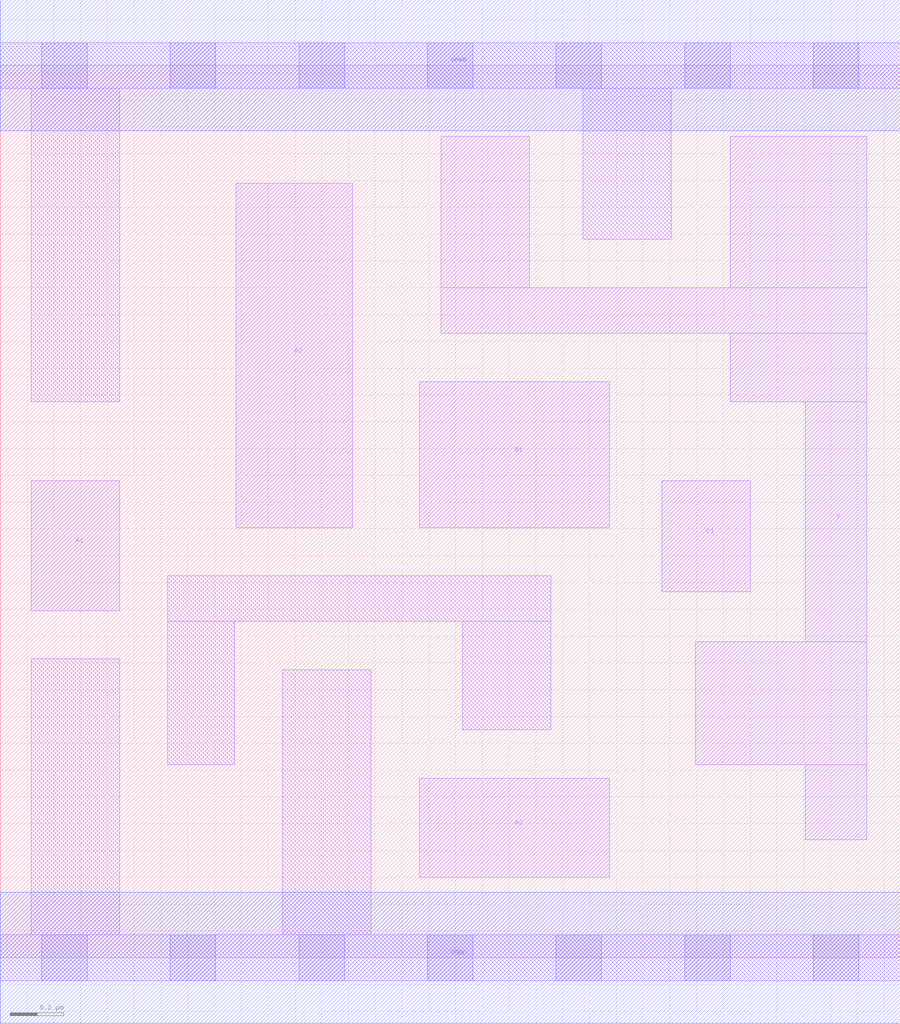
<source format=lef>
# Copyright 2020 The SkyWater PDK Authors
#
# Licensed under the Apache License, Version 2.0 (the "License");
# you may not use this file except in compliance with the License.
# You may obtain a copy of the License at
#
#     https://www.apache.org/licenses/LICENSE-2.0
#
# Unless required by applicable law or agreed to in writing, software
# distributed under the License is distributed on an "AS IS" BASIS,
# WITHOUT WARRANTIES OR CONDITIONS OF ANY KIND, either express or implied.
# See the License for the specific language governing permissions and
# limitations under the License.
#
# SPDX-License-Identifier: Apache-2.0

VERSION 5.7 ;
  NAMESCASESENSITIVE ON ;
  NOWIREEXTENSIONATPIN ON ;
  DIVIDERCHAR "/" ;
  BUSBITCHARS "[]" ;
UNITS
  DATABASE MICRONS 200 ;
END UNITS
MACRO sky130_fd_sc_lp__o311ai_lp
  CLASS CORE ;
  SOURCE USER ;
  FOREIGN sky130_fd_sc_lp__o311ai_lp ;
  ORIGIN  0.000000  0.000000 ;
  SIZE  3.360000 BY  3.330000 ;
  SYMMETRY X Y R90 ;
  SITE unit ;
  PIN A1
    ANTENNAGATEAREA  0.313000 ;
    DIRECTION INPUT ;
    USE SIGNAL ;
    PORT
      LAYER li1 ;
        RECT 0.115000 1.295000 0.445000 1.780000 ;
    END
  END A1
  PIN A2
    ANTENNAGATEAREA  0.313000 ;
    DIRECTION INPUT ;
    USE SIGNAL ;
    PORT
      LAYER li1 ;
        RECT 0.880000 1.605000 1.315000 2.890000 ;
    END
  END A2
  PIN A3
    ANTENNAGATEAREA  0.313000 ;
    DIRECTION INPUT ;
    USE SIGNAL ;
    PORT
      LAYER li1 ;
        RECT 1.565000 0.300000 2.275000 0.670000 ;
    END
  END A3
  PIN B1
    ANTENNAGATEAREA  0.313000 ;
    DIRECTION INPUT ;
    USE SIGNAL ;
    PORT
      LAYER li1 ;
        RECT 1.565000 1.605000 2.275000 2.150000 ;
    END
  END B1
  PIN C1
    ANTENNAGATEAREA  0.313000 ;
    DIRECTION INPUT ;
    USE SIGNAL ;
    PORT
      LAYER li1 ;
        RECT 2.470000 1.365000 2.800000 1.780000 ;
    END
  END C1
  PIN Y
    ANTENNADIFFAREA  0.684700 ;
    DIRECTION OUTPUT ;
    USE SIGNAL ;
    PORT
      LAYER li1 ;
        RECT 1.645000 2.330000 3.235000 2.500000 ;
        RECT 1.645000 2.500000 1.975000 3.065000 ;
        RECT 2.595000 0.720000 3.235000 1.180000 ;
        RECT 2.725000 2.075000 3.235000 2.330000 ;
        RECT 2.725000 2.500000 3.235000 3.065000 ;
        RECT 3.005000 0.440000 3.235000 0.720000 ;
        RECT 3.005000 1.180000 3.235000 2.075000 ;
    END
  END Y
  PIN VGND
    DIRECTION INOUT ;
    USE GROUND ;
    PORT
      LAYER met1 ;
        RECT 0.000000 -0.245000 3.360000 0.245000 ;
    END
  END VGND
  PIN VPWR
    DIRECTION INOUT ;
    USE POWER ;
    PORT
      LAYER met1 ;
        RECT 0.000000 3.085000 3.360000 3.575000 ;
    END
  END VPWR
  OBS
    LAYER li1 ;
      RECT 0.000000 -0.085000 3.360000 0.085000 ;
      RECT 0.000000  3.245000 3.360000 3.415000 ;
      RECT 0.115000  0.085000 0.445000 1.115000 ;
      RECT 0.115000  2.075000 0.445000 3.245000 ;
      RECT 0.625000  0.720000 0.875000 1.255000 ;
      RECT 0.625000  1.255000 2.055000 1.425000 ;
      RECT 1.055000  0.085000 1.385000 1.075000 ;
      RECT 1.725000  0.850000 2.055000 1.255000 ;
      RECT 2.175000  2.680000 2.505000 3.245000 ;
    LAYER mcon ;
      RECT 0.155000 -0.085000 0.325000 0.085000 ;
      RECT 0.155000  3.245000 0.325000 3.415000 ;
      RECT 0.635000 -0.085000 0.805000 0.085000 ;
      RECT 0.635000  3.245000 0.805000 3.415000 ;
      RECT 1.115000 -0.085000 1.285000 0.085000 ;
      RECT 1.115000  3.245000 1.285000 3.415000 ;
      RECT 1.595000 -0.085000 1.765000 0.085000 ;
      RECT 1.595000  3.245000 1.765000 3.415000 ;
      RECT 2.075000 -0.085000 2.245000 0.085000 ;
      RECT 2.075000  3.245000 2.245000 3.415000 ;
      RECT 2.555000 -0.085000 2.725000 0.085000 ;
      RECT 2.555000  3.245000 2.725000 3.415000 ;
      RECT 3.035000 -0.085000 3.205000 0.085000 ;
      RECT 3.035000  3.245000 3.205000 3.415000 ;
  END
END sky130_fd_sc_lp__o311ai_lp
END LIBRARY

</source>
